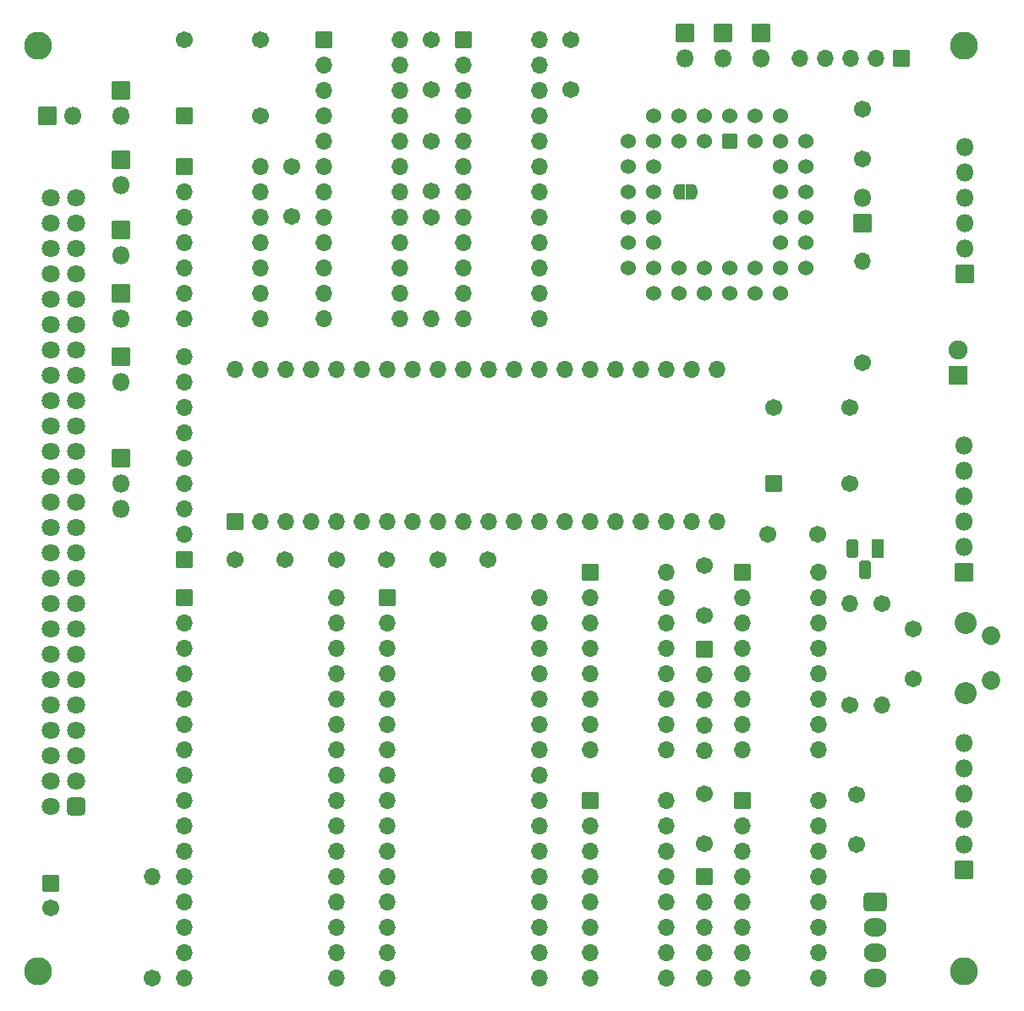
<source format=gbs>
G04 #@! TF.GenerationSoftware,KiCad,Pcbnew,6.0.4-6f826c9f35~116~ubuntu18.04.1*
G04 #@! TF.CreationDate,2023-06-15T13:07:36+01:00*
G04 #@! TF.ProjectId,sbc09,73626330-392e-46b6-9963-61645f706362,rev?*
G04 #@! TF.SameCoordinates,Original*
G04 #@! TF.FileFunction,Soldermask,Bot*
G04 #@! TF.FilePolarity,Negative*
%FSLAX46Y46*%
G04 Gerber Fmt 4.6, Leading zero omitted, Abs format (unit mm)*
G04 Created by KiCad (PCBNEW 6.0.4-6f826c9f35~116~ubuntu18.04.1) date 2023-06-15 13:07:36*
%MOMM*%
%LPD*%
G01*
G04 APERTURE LIST*
G04 Aperture macros list*
%AMRoundRect*
0 Rectangle with rounded corners*
0 $1 Rounding radius*
0 $2 $3 $4 $5 $6 $7 $8 $9 X,Y pos of 4 corners*
0 Add a 4 corners polygon primitive as box body*
4,1,4,$2,$3,$4,$5,$6,$7,$8,$9,$2,$3,0*
0 Add four circle primitives for the rounded corners*
1,1,$1+$1,$2,$3*
1,1,$1+$1,$4,$5*
1,1,$1+$1,$6,$7*
1,1,$1+$1,$8,$9*
0 Add four rect primitives between the rounded corners*
20,1,$1+$1,$2,$3,$4,$5,0*
20,1,$1+$1,$4,$5,$6,$7,0*
20,1,$1+$1,$6,$7,$8,$9,0*
20,1,$1+$1,$8,$9,$2,$3,0*%
%AMFreePoly0*
4,1,37,0.535921,0.785921,0.550800,0.750000,0.550800,-0.750000,0.535921,-0.785921,0.500000,-0.800800,0.000000,-0.800800,-0.012526,-0.795612,-0.080872,-0.794359,-0.095090,-0.792057,-0.230405,-0.749782,-0.243405,-0.743581,-0.361415,-0.665026,-0.372153,-0.655426,-0.463373,-0.546907,-0.470984,-0.534678,-0.528079,-0.404919,-0.531952,-0.391047,-0.549535,-0.256587,-0.548147,-0.256405,-0.550800,-0.250000,
-0.550800,0.250000,-0.550314,0.251174,-0.550158,0.263925,-0.528347,0.404002,-0.524136,0.417775,-0.463888,0.546100,-0.455980,0.558139,-0.362136,0.664397,-0.351168,0.673732,-0.231273,0.749380,-0.218125,0.755261,-0.081818,0.794218,-0.067547,0.796173,-0.011991,0.795833,0.000000,0.800800,0.500000,0.800800,0.535921,0.785921,0.535921,0.785921,$1*%
%AMFreePoly1*
4,1,37,0.012350,0.795685,0.074215,0.795307,0.088460,0.793178,0.224281,0.752559,0.237356,0.746518,0.356318,0.669411,0.367173,0.659942,0.459711,0.552545,0.467470,0.540411,0.526147,0.411359,0.530190,0.397535,0.550287,0.257202,0.550800,0.250000,0.550800,-0.250000,0.550796,-0.250620,0.550647,-0.262836,0.549947,-0.270644,0.526427,-0.410445,0.522048,-0.424167,0.460236,-0.551746,
0.452182,-0.563686,0.357047,-0.668790,0.345965,-0.677991,0.225155,-0.752168,0.211936,-0.757888,0.075163,-0.795177,0.060870,-0.796957,0.011464,-0.796051,0.000000,-0.800800,-0.500000,-0.800800,-0.535921,-0.785921,-0.550800,-0.750000,-0.550800,0.750000,-0.535921,0.785921,-0.500000,0.800800,0.000000,0.800800,0.012350,0.795685,0.012350,0.795685,$1*%
G04 Aperture macros list end*
%ADD10RoundRect,0.050800X-0.850000X-0.850000X0.850000X-0.850000X0.850000X0.850000X-0.850000X0.850000X0*%
%ADD11O,1.801600X1.801600*%
%ADD12RoundRect,0.050800X0.850000X-0.850000X0.850000X0.850000X-0.850000X0.850000X-0.850000X-0.850000X0*%
%ADD13C,1.701600*%
%ADD14O,1.701600X1.701600*%
%ADD15RoundRect,0.050800X-0.800000X-0.800000X0.800000X-0.800000X0.800000X0.800000X-0.800000X0.800000X0*%
%ADD16RoundRect,0.300800X0.600000X0.600000X-0.600000X0.600000X-0.600000X-0.600000X0.600000X-0.600000X0*%
%ADD17C,1.801600*%
%ADD18C,2.801600*%
%ADD19RoundRect,0.300800X-0.845000X0.620000X-0.845000X-0.620000X0.845000X-0.620000X0.845000X0.620000X0*%
%ADD20O,2.291600X1.841600*%
%ADD21RoundRect,0.050800X-0.800000X0.800000X-0.800000X-0.800000X0.800000X-0.800000X0.800000X0.800000X0*%
%ADD22RoundRect,0.050800X0.800000X-0.800000X0.800000X0.800000X-0.800000X0.800000X-0.800000X-0.800000X0*%
%ADD23RoundRect,0.050800X-0.711200X-0.711200X0.711200X-0.711200X0.711200X0.711200X-0.711200X0.711200X0*%
%ADD24C,1.524000*%
%ADD25RoundRect,0.050800X0.850000X0.850000X-0.850000X0.850000X-0.850000X-0.850000X0.850000X-0.850000X0*%
%ADD26RoundRect,0.050800X0.900000X-0.900000X0.900000X0.900000X-0.900000X0.900000X-0.900000X-0.900000X0*%
%ADD27C,1.901600*%
%ADD28C,2.201600*%
%ADD29C,1.851600*%
%ADD30RoundRect,0.050800X0.800000X0.800000X-0.800000X0.800000X-0.800000X-0.800000X0.800000X-0.800000X0*%
%ADD31RoundRect,0.050800X0.550000X0.900000X-0.550000X0.900000X-0.550000X-0.900000X0.550000X-0.900000X0*%
%ADD32RoundRect,0.325800X0.275000X0.625000X-0.275000X0.625000X-0.275000X-0.625000X0.275000X-0.625000X0*%
%ADD33FreePoly0,180.000000*%
%ADD34FreePoly1,180.000000*%
G04 APERTURE END LIST*
D10*
X107950000Y-53340000D03*
D11*
X107950000Y-55880000D03*
D12*
X100584000Y-55880000D03*
D11*
X103124000Y-55880000D03*
D13*
X182245000Y-80645000D03*
D14*
X182245000Y-70485000D03*
D15*
X154950008Y-101589992D03*
D14*
X154950008Y-104129992D03*
X154950008Y-106669992D03*
X154950008Y-109209992D03*
X154950008Y-111749992D03*
X154950008Y-114289992D03*
X154950008Y-116829992D03*
X154950008Y-119369992D03*
X162570008Y-119369992D03*
X162570008Y-116829992D03*
X162570008Y-114289992D03*
X162570008Y-111749992D03*
X162570008Y-109209992D03*
X162570008Y-106669992D03*
X162570008Y-104129992D03*
X162570008Y-101589992D03*
D13*
X139065000Y-48300000D03*
X139065000Y-53300000D03*
D10*
X107950000Y-67310000D03*
D11*
X107950000Y-69850000D03*
D16*
X103487500Y-125095000D03*
D17*
X100947500Y-125095000D03*
X103487500Y-122555000D03*
X100947500Y-122555000D03*
X103487500Y-120015000D03*
X100947500Y-120015000D03*
X103487500Y-117475000D03*
X100947500Y-117475000D03*
X103487500Y-114935000D03*
X100947500Y-114935000D03*
X103487500Y-112395000D03*
X100947500Y-112395000D03*
X103487500Y-109855000D03*
X100947500Y-109855000D03*
X103487500Y-107315000D03*
X100947500Y-107315000D03*
X103487500Y-104775000D03*
X100947500Y-104775000D03*
X103487500Y-102235000D03*
X100947500Y-102235000D03*
X103487500Y-99695000D03*
X100947500Y-99695000D03*
X103487500Y-97155000D03*
X100947500Y-97155000D03*
X103487500Y-94615000D03*
X100947500Y-94615000D03*
X103487500Y-92075000D03*
X100947500Y-92075000D03*
X103487500Y-89535000D03*
X100947500Y-89535000D03*
X103487500Y-86995000D03*
X100947500Y-86995000D03*
X103487500Y-84455000D03*
X100947500Y-84455000D03*
X103487500Y-81915000D03*
X100947500Y-81915000D03*
X103487500Y-79375000D03*
X100947500Y-79375000D03*
X103487500Y-76835000D03*
X100947500Y-76835000D03*
X103487500Y-74295000D03*
X100947500Y-74295000D03*
X103487500Y-71755000D03*
X100947500Y-71755000D03*
X103487500Y-69215000D03*
X100947500Y-69215000D03*
X103487500Y-66675000D03*
X100947500Y-66675000D03*
X103487500Y-64135000D03*
X100947500Y-64135000D03*
D13*
X144740000Y-100330000D03*
X139740000Y-100330000D03*
D18*
X99695000Y-141605000D03*
X192405000Y-141605000D03*
D13*
X180975000Y-114935000D03*
D14*
X180975000Y-104775000D03*
D10*
X107950000Y-73660000D03*
D11*
X107950000Y-76200000D03*
D10*
X172085000Y-47625000D03*
D11*
X172085000Y-50165000D03*
D19*
X183515000Y-134620000D03*
D20*
X183515000Y-137160000D03*
X183515000Y-139700000D03*
X183515000Y-142240000D03*
D21*
X166370000Y-132080000D03*
D14*
X166370000Y-134620000D03*
X166370000Y-137160000D03*
X166370000Y-139700000D03*
X166370000Y-142240000D03*
D15*
X114300000Y-60960000D03*
D14*
X114300000Y-63500000D03*
X114300000Y-66040000D03*
X114300000Y-68580000D03*
X114300000Y-71120000D03*
X114300000Y-73660000D03*
X114300000Y-76200000D03*
X121920000Y-76200000D03*
X121920000Y-73660000D03*
X121920000Y-71120000D03*
X121920000Y-68580000D03*
X121920000Y-66040000D03*
X121920000Y-63500000D03*
X121920000Y-60960000D03*
D22*
X119380000Y-96520000D03*
D14*
X121920000Y-96520000D03*
X124460000Y-96520000D03*
X127000000Y-96520000D03*
X129540000Y-96520000D03*
X132080000Y-96520000D03*
X134620000Y-96520000D03*
X137160000Y-96520000D03*
X139700000Y-96520000D03*
X142240000Y-96520000D03*
X144780000Y-96520000D03*
X147320000Y-96520000D03*
X149860000Y-96520000D03*
X152400000Y-96520000D03*
X154940000Y-96520000D03*
X157480000Y-96520000D03*
X160020000Y-96520000D03*
X162560000Y-96520000D03*
X165100000Y-96520000D03*
X167640000Y-96520000D03*
X167640000Y-81280000D03*
X165100000Y-81280000D03*
X162560000Y-81280000D03*
X160020000Y-81280000D03*
X157480000Y-81280000D03*
X154940000Y-81280000D03*
X152400000Y-81280000D03*
X149860000Y-81280000D03*
X147320000Y-81280000D03*
X144780000Y-81280000D03*
X142240000Y-81280000D03*
X139700000Y-81280000D03*
X137160000Y-81280000D03*
X134620000Y-81280000D03*
X132080000Y-81280000D03*
X129540000Y-81280000D03*
X127000000Y-81280000D03*
X124460000Y-81280000D03*
X121920000Y-81280000D03*
X119380000Y-81280000D03*
D15*
X128270000Y-48260000D03*
D14*
X128270000Y-50800000D03*
X128270000Y-53340000D03*
X128270000Y-55880000D03*
X128270000Y-58420000D03*
X128270000Y-60960000D03*
X128270000Y-63500000D03*
X128270000Y-66040000D03*
X128270000Y-68580000D03*
X128270000Y-71120000D03*
X128270000Y-73660000D03*
X128270000Y-76200000D03*
X135890000Y-76200000D03*
X135890000Y-73660000D03*
X135890000Y-71120000D03*
X135890000Y-68580000D03*
X135890000Y-66040000D03*
X135890000Y-63500000D03*
X135890000Y-60960000D03*
X135890000Y-58420000D03*
X135890000Y-55880000D03*
X135890000Y-53340000D03*
X135890000Y-50800000D03*
X135890000Y-48260000D03*
D13*
X153035000Y-48260000D03*
X153035000Y-53260000D03*
X187325000Y-107315000D03*
X187325000Y-112315000D03*
D23*
X168910000Y-58420000D03*
D24*
X166370000Y-55880000D03*
X166370000Y-58420000D03*
X163830000Y-55880000D03*
X163830000Y-58420000D03*
X161290000Y-55880000D03*
X158750000Y-58420000D03*
X161290000Y-58420000D03*
X158750000Y-60960000D03*
X161290000Y-60960000D03*
X158750000Y-63500000D03*
X161290000Y-63500000D03*
X158750000Y-66040000D03*
X161290000Y-66040000D03*
X158750000Y-68580000D03*
X161290000Y-68580000D03*
X158750000Y-71120000D03*
X161290000Y-73660000D03*
X161290000Y-71120000D03*
X163830000Y-73660000D03*
X163830000Y-71120000D03*
X166370000Y-73660000D03*
X166370000Y-71120000D03*
X168910000Y-73660000D03*
X168910000Y-71120000D03*
X171450000Y-73660000D03*
X171450000Y-71120000D03*
X173990000Y-73660000D03*
X176530000Y-71120000D03*
X173990000Y-71120000D03*
X176530000Y-68580000D03*
X173990000Y-68580000D03*
X176530000Y-66040000D03*
X173990000Y-66040000D03*
X176530000Y-63500000D03*
X173990000Y-63500000D03*
X176530000Y-60960000D03*
X173990000Y-60960000D03*
X176530000Y-58420000D03*
X173990000Y-55880000D03*
X173990000Y-58420000D03*
X171450000Y-55880000D03*
X171450000Y-58420000D03*
X168910000Y-55880000D03*
D25*
X192405000Y-101600000D03*
D11*
X192405000Y-99060000D03*
X192405000Y-96520000D03*
X192405000Y-93980000D03*
X192405000Y-91440000D03*
X192405000Y-88900000D03*
D10*
X107950000Y-60325000D03*
D11*
X107950000Y-62865000D03*
D22*
X114300000Y-100330000D03*
D14*
X114300000Y-97790000D03*
X114300000Y-95250000D03*
X114300000Y-92710000D03*
X114300000Y-90170000D03*
X114300000Y-87630000D03*
X114300000Y-85090000D03*
X114300000Y-82550000D03*
X114300000Y-80010000D03*
D15*
X114300000Y-55880000D03*
D13*
X121920000Y-55880000D03*
X121920000Y-48260000D03*
X114300000Y-48260000D03*
X111125000Y-142240000D03*
D14*
X111125000Y-132080000D03*
D26*
X191770000Y-81890000D03*
D27*
X191770000Y-79350000D03*
D13*
X182245000Y-55245000D03*
X182245000Y-60245000D03*
D18*
X99695000Y-48895000D03*
X192405000Y-48895000D03*
D28*
X192582000Y-106700000D03*
X192582000Y-113710000D03*
D29*
X195072000Y-107950000D03*
X195072000Y-112450000D03*
D10*
X107950000Y-80010000D03*
D11*
X107950000Y-82550000D03*
D30*
X186075000Y-50165000D03*
D14*
X183535000Y-50165000D03*
X180995000Y-50165000D03*
X178455000Y-50165000D03*
X175915000Y-50165000D03*
D13*
X177760000Y-97790000D03*
X172760000Y-97790000D03*
D21*
X166370000Y-109300000D03*
D14*
X166370000Y-111840000D03*
X166370000Y-114380000D03*
X166370000Y-116920000D03*
X166370000Y-119460000D03*
D15*
X154950008Y-124479990D03*
D14*
X154950008Y-127019990D03*
X154950008Y-129559990D03*
X154950008Y-132099990D03*
X154950008Y-134639990D03*
X154950008Y-137179990D03*
X154950008Y-139719990D03*
X154950008Y-142259990D03*
X162570008Y-142259990D03*
X162570008Y-139719990D03*
X162570008Y-137179990D03*
X162570008Y-134639990D03*
X162570008Y-132099990D03*
X162570008Y-129559990D03*
X162570008Y-127019990D03*
X162570008Y-124479990D03*
D15*
X170180000Y-124460000D03*
D14*
X170180000Y-127000000D03*
X170180000Y-129540000D03*
X170180000Y-132080000D03*
X170180000Y-134620000D03*
X170180000Y-137160000D03*
X170180000Y-139700000D03*
X170180000Y-142240000D03*
X177800000Y-142240000D03*
X177800000Y-139700000D03*
X177800000Y-137160000D03*
X177800000Y-134620000D03*
X177800000Y-132080000D03*
X177800000Y-129540000D03*
X177800000Y-127000000D03*
X177800000Y-124460000D03*
D13*
X134580000Y-100330000D03*
X129580000Y-100330000D03*
D10*
X107950000Y-90170000D03*
D11*
X107950000Y-92710000D03*
X107950000Y-95250000D03*
D31*
X183769000Y-99295000D03*
D32*
X182499000Y-101365000D03*
X181229000Y-99295000D03*
D25*
X192405000Y-131445000D03*
D11*
X192405000Y-128905000D03*
X192405000Y-126365000D03*
X192405000Y-123825000D03*
X192405000Y-121285000D03*
X192405000Y-118745000D03*
D13*
X125095000Y-61000000D03*
X125095000Y-66000000D03*
X184150000Y-104775000D03*
D14*
X184150000Y-114935000D03*
D13*
X181610000Y-123905000D03*
X181610000Y-128905000D03*
X166370000Y-123825000D03*
X166370000Y-128825000D03*
X166370000Y-100965000D03*
X166370000Y-105965000D03*
D21*
X100965000Y-132779888D03*
D13*
X100965000Y-135279888D03*
D15*
X142240000Y-48260000D03*
D14*
X142240000Y-50800000D03*
X142240000Y-53340000D03*
X142240000Y-55880000D03*
X142240000Y-58420000D03*
X142240000Y-60960000D03*
X142240000Y-63500000D03*
X142240000Y-66040000D03*
X142240000Y-68580000D03*
X142240000Y-71120000D03*
X142240000Y-73660000D03*
X142240000Y-76200000D03*
X149860000Y-76200000D03*
X149860000Y-73660000D03*
X149860000Y-71120000D03*
X149860000Y-68580000D03*
X149860000Y-66040000D03*
X149860000Y-63500000D03*
X149860000Y-60960000D03*
X149860000Y-58420000D03*
X149860000Y-55880000D03*
X149860000Y-53340000D03*
X149860000Y-50800000D03*
X149860000Y-48260000D03*
D13*
X124420000Y-100330000D03*
X119420000Y-100330000D03*
D10*
X168275000Y-47625000D03*
D11*
X168275000Y-50165000D03*
D15*
X173355000Y-92710000D03*
D13*
X180975000Y-92710000D03*
X180975000Y-85090000D03*
X173355000Y-85090000D03*
D15*
X134620000Y-104140000D03*
D14*
X134620000Y-106680000D03*
X134620000Y-109220000D03*
X134620000Y-111760000D03*
X134620000Y-114300000D03*
X134620000Y-116840000D03*
X134620000Y-119380000D03*
X134620000Y-121920000D03*
X134620000Y-124460000D03*
X134620000Y-127000000D03*
X134620000Y-129540000D03*
X134620000Y-132080000D03*
X134620000Y-134620000D03*
X134620000Y-137160000D03*
X134620000Y-139700000D03*
X134620000Y-142240000D03*
X149860000Y-142240000D03*
X149860000Y-139700000D03*
X149860000Y-137160000D03*
X149860000Y-134620000D03*
X149860000Y-132080000D03*
X149860000Y-129540000D03*
X149860000Y-127000000D03*
X149860000Y-124460000D03*
X149860000Y-121920000D03*
X149860000Y-119380000D03*
X149860000Y-116840000D03*
X149860000Y-114300000D03*
X149860000Y-111760000D03*
X149860000Y-109220000D03*
X149860000Y-106680000D03*
X149860000Y-104140000D03*
D10*
X164465000Y-47625000D03*
D11*
X164465000Y-50165000D03*
D13*
X139065000Y-63420000D03*
X139065000Y-58420000D03*
D15*
X170169992Y-101589992D03*
D14*
X170169992Y-104129992D03*
X170169992Y-106669992D03*
X170169992Y-109209992D03*
X170169992Y-111749992D03*
X170169992Y-114289992D03*
X170169992Y-116829992D03*
X170169992Y-119369992D03*
X177789992Y-119369992D03*
X177789992Y-116829992D03*
X177789992Y-114289992D03*
X177789992Y-111749992D03*
X177789992Y-109209992D03*
X177789992Y-106669992D03*
X177789992Y-104129992D03*
X177789992Y-101589992D03*
D15*
X114300000Y-104140000D03*
D14*
X114300000Y-106680000D03*
X114300000Y-109220000D03*
X114300000Y-111760000D03*
X114300000Y-114300000D03*
X114300000Y-116840000D03*
X114300000Y-119380000D03*
X114300000Y-121920000D03*
X114300000Y-124460000D03*
X114300000Y-127000000D03*
X114300000Y-129540000D03*
X114300000Y-132080000D03*
X114300000Y-134620000D03*
X114300000Y-137160000D03*
X114300000Y-139700000D03*
X114300000Y-142240000D03*
X129540000Y-142240000D03*
X129540000Y-139700000D03*
X129540000Y-137160000D03*
X129540000Y-134620000D03*
X129540000Y-132080000D03*
X129540000Y-129540000D03*
X129540000Y-127000000D03*
X129540000Y-124460000D03*
X129540000Y-121920000D03*
X129540000Y-119380000D03*
X129540000Y-116840000D03*
X129540000Y-114300000D03*
X129540000Y-111760000D03*
X129540000Y-109220000D03*
X129540000Y-106680000D03*
X129540000Y-104140000D03*
D13*
X139065000Y-66040000D03*
D14*
X139065000Y-76200000D03*
D25*
X192450000Y-71730000D03*
D11*
X192450000Y-69190000D03*
X192450000Y-66650000D03*
X192450000Y-64110000D03*
X192450000Y-61570000D03*
X192450000Y-59030000D03*
D25*
X182245000Y-66680000D03*
D11*
X182245000Y-64140000D03*
D33*
X165115000Y-63500000D03*
D34*
X163815000Y-63500000D03*
M02*

</source>
